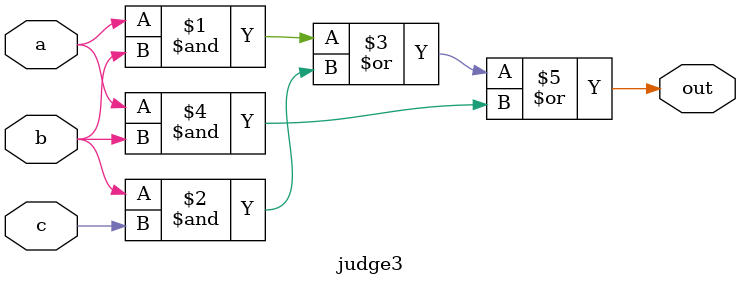
<source format=v>
module judge3(          //当多数人同意时输出1
    input a,b,c,
    output out
);
    
    assign out = (a & b) | (b & c) | (a & b); // 超过两个输入1
    
endmodule
</source>
